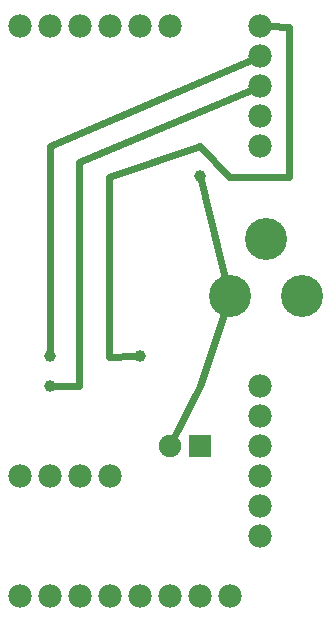
<source format=gtl>
G04 MADE WITH FRITZING*
G04 WWW.FRITZING.ORG*
G04 DOUBLE SIDED*
G04 HOLES PLATED*
G04 CONTOUR ON CENTER OF CONTOUR VECTOR*
%ASAXBY*%
%FSLAX23Y23*%
%MOIN*%
%OFA0B0*%
%SFA1.0B1.0*%
%ADD10C,0.078000*%
%ADD11C,0.039370*%
%ADD12C,0.075000*%
%ADD13C,0.140000*%
%ADD14R,0.075000X0.075000*%
%ADD15C,0.024000*%
%LNCOPPER1*%
G90*
G70*
G54D10*
X920Y2000D03*
X920Y1900D03*
X920Y1800D03*
X920Y1700D03*
X920Y1600D03*
G54D11*
X520Y900D03*
X720Y1500D03*
X220Y800D03*
X220Y900D03*
G54D10*
X120Y500D03*
X220Y500D03*
X320Y500D03*
X420Y500D03*
G54D12*
X720Y600D03*
X620Y600D03*
G54D10*
X120Y2000D03*
X220Y2000D03*
X320Y2000D03*
X420Y2000D03*
X520Y2000D03*
X620Y2000D03*
X820Y100D03*
X720Y100D03*
X620Y100D03*
X520Y100D03*
X420Y100D03*
X320Y100D03*
X220Y100D03*
X120Y100D03*
G54D13*
X820Y1100D03*
X1060Y1100D03*
X940Y1290D03*
G54D10*
X920Y800D03*
X920Y700D03*
X920Y600D03*
X920Y500D03*
X920Y400D03*
X920Y300D03*
G54D14*
X720Y600D03*
G54D15*
X721Y802D02*
X633Y626D01*
D02*
X801Y1042D02*
X721Y802D01*
D02*
X419Y899D02*
X419Y1499D01*
D02*
X419Y1499D02*
X721Y1600D01*
D02*
X721Y1600D02*
X818Y1499D01*
D02*
X818Y1499D02*
X1019Y1499D01*
D02*
X1019Y1499D02*
X1019Y1999D01*
D02*
X1019Y1999D02*
X950Y2000D01*
D02*
X501Y900D02*
X419Y899D01*
D02*
X318Y802D02*
X318Y1547D01*
D02*
X318Y1547D02*
X892Y1789D01*
D02*
X239Y801D02*
X318Y802D01*
D02*
X221Y1600D02*
X892Y1888D01*
D02*
X220Y919D02*
X221Y1600D01*
D02*
X720Y1500D02*
X805Y1160D01*
D02*
X815Y1119D02*
X720Y1500D01*
G04 End of Copper1*
M02*
</source>
